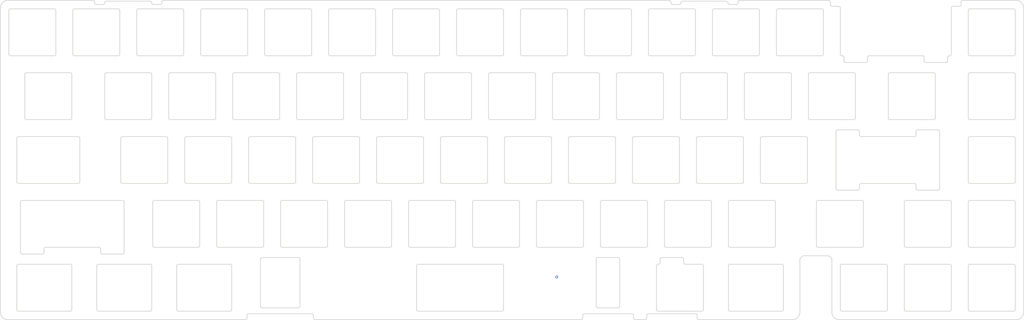
<source format=kicad_pcb>
(kicad_pcb (version 20171130) (host pcbnew "(5.1.4)-1")

  (general
    (thickness 1.6)
    (drawings 677)
    (tracks 1)
    (zones 0)
    (modules 0)
    (nets 1)
  )

  (page A4)
  (layers
    (0 F.Cu signal)
    (31 B.Cu signal)
    (32 B.Adhes user)
    (33 F.Adhes user)
    (34 B.Paste user)
    (35 F.Paste user)
    (36 B.SilkS user)
    (37 F.SilkS user)
    (38 B.Mask user)
    (39 F.Mask user)
    (40 Dwgs.User user)
    (41 Cmts.User user)
    (42 Eco1.User user)
    (43 Eco2.User user)
    (44 Edge.Cuts user)
    (45 Margin user)
    (46 B.CrtYd user)
    (47 F.CrtYd user)
    (48 B.Fab user)
    (49 F.Fab user)
  )

  (setup
    (last_trace_width 0.25)
    (trace_clearance 0.2)
    (zone_clearance 0.508)
    (zone_45_only no)
    (trace_min 0.2)
    (via_size 0.8)
    (via_drill 0.4)
    (via_min_size 0.4)
    (via_min_drill 0.3)
    (uvia_size 0.3)
    (uvia_drill 0.1)
    (uvias_allowed no)
    (uvia_min_size 0.2)
    (uvia_min_drill 0.1)
    (edge_width 0.05)
    (segment_width 0.2)
    (pcb_text_width 0.3)
    (pcb_text_size 1.5 1.5)
    (mod_edge_width 0.12)
    (mod_text_size 1 1)
    (mod_text_width 0.15)
    (pad_size 1.524 1.524)
    (pad_drill 0.762)
    (pad_to_mask_clearance 0.051)
    (solder_mask_min_width 0.25)
    (aux_axis_origin 0 0)
    (visible_elements 7FFFFFFF)
    (pcbplotparams
      (layerselection 0x010fc_ffffffff)
      (usegerberextensions true)
      (usegerberattributes false)
      (usegerberadvancedattributes false)
      (creategerberjobfile false)
      (excludeedgelayer true)
      (linewidth 0.100000)
      (plotframeref false)
      (viasonmask false)
      (mode 1)
      (useauxorigin false)
      (hpglpennumber 1)
      (hpglpenspeed 20)
      (hpglpendiameter 15.000000)
      (psnegative false)
      (psa4output false)
      (plotreference true)
      (plotvalue false)
      (plotinvisibletext false)
      (padsonsilk false)
      (subtractmaskfromsilk true)
      (outputformat 1)
      (mirror false)
      (drillshape 0)
      (scaleselection 1)
      (outputdirectory "./gerber"))
  )

  (net 0 "")

  (net_class Default "This is the default net class."
    (clearance 0.2)
    (trace_width 0.25)
    (via_dia 0.8)
    (via_drill 0.4)
    (uvia_dia 0.3)
    (uvia_drill 0.1)
  )

  (gr_line (start 6.16625 99.24) (end 21.5475 99.24) (layer Edge.Cuts) (width 0.2))
  (gr_arc (start 231.0975 93.69) (end 231.0975 94.19) (angle -90) (layer Edge.Cuts) (width 0.2))
  (gr_line (start 179.9975 80.19) (end 192.9975 80.19) (layer Edge.Cuts) (width 0.2))
  (gr_line (start 122.8475 80.19) (end 135.8475 80.19) (layer Edge.Cuts) (width 0.2))
  (gr_line (start 155.3975 80.69) (end 155.3975 93.69) (layer Edge.Cuts) (width 0.2))
  (gr_line (start 244.29125 80.19) (end 257.29125 80.19) (layer Edge.Cuts) (width 0.2))
  (gr_line (start 122.8475 94.19) (end 135.8475 94.19) (layer Edge.Cuts) (width 0.2))
  (gr_arc (start 173.9475 80.69) (end 174.4475 80.69) (angle -90) (layer Edge.Cuts) (width 0.2))
  (gr_arc (start 192.9975 80.69) (end 193.4975 80.69) (angle -90) (layer Edge.Cuts) (width 0.2))
  (gr_line (start 160.9475 94.19) (end 173.9475 94.19) (layer Edge.Cuts) (width 0.2))
  (gr_line (start 270.485 80.19) (end 283.485 80.19) (layer Edge.Cuts) (width 0.2))
  (gr_arc (start 179.9975 93.69) (end 179.4975 93.69) (angle -90) (layer Edge.Cuts) (width 0.2))
  (gr_line (start 257.79125 80.69) (end 257.79125 93.69) (layer Edge.Cuts) (width 0.2))
  (gr_line (start 29.97875 113.24) (end 45.36 113.24) (layer Edge.Cuts) (width 0.2))
  (gr_line (start 103.7975 94.19) (end 116.7975 94.19) (layer Edge.Cuts) (width 0.2))
  (gr_line (start 231.5975 80.69) (end 231.5975 93.69) (layer Edge.Cuts) (width 0.2))
  (gr_line (start 6.16625 113.24) (end 21.5475 113.24) (layer Edge.Cuts) (width 0.2))
  (gr_arc (start 212.0475 80.69) (end 212.5475 80.69) (angle -90) (layer Edge.Cuts) (width 0.2))
  (gr_arc (start 97.7475 93.69) (end 97.7475 94.19) (angle -90) (layer Edge.Cuts) (width 0.2))
  (gr_arc (start 192.9975 93.69) (end 192.9975 94.19) (angle -90) (layer Edge.Cuts) (width 0.2))
  (gr_line (start 179.9975 94.19) (end 192.9975 94.19) (layer Edge.Cuts) (width 0.2))
  (gr_arc (start 141.8975 93.69) (end 141.3975 93.69) (angle -90) (layer Edge.Cuts) (width 0.2))
  (gr_line (start 303.035 80.69) (end 303.035 93.69) (layer Edge.Cuts) (width 0.2))
  (gr_line (start 269.985 80.69) (end 269.985 93.69) (layer Edge.Cuts) (width 0.2))
  (gr_line (start 84.2475 80.69) (end 84.2475 93.69) (layer Edge.Cuts) (width 0.2))
  (gr_arc (start 135.8475 80.69) (end 136.3475 80.69) (angle -90) (layer Edge.Cuts) (width 0.2))
  (gr_arc (start 270.485 80.69) (end 270.485 80.19) (angle -90) (layer Edge.Cuts) (width 0.2))
  (gr_arc (start 218.0975 93.69) (end 217.5975 93.69) (angle -90) (layer Edge.Cuts) (width 0.2))
  (gr_line (start 289.035 80.69) (end 289.035 93.69) (layer Edge.Cuts) (width 0.2))
  (gr_line (start 199.0475 80.19) (end 212.0475 80.19) (layer Edge.Cuts) (width 0.2))
  (gr_arc (start 173.9475 93.69) (end 173.9475 94.19) (angle -90) (layer Edge.Cuts) (width 0.2))
  (gr_arc (start 160.9475 93.69) (end 160.4475 93.69) (angle -90) (layer Edge.Cuts) (width 0.2))
  (gr_arc (start 116.7975 93.69) (end 116.7975 94.19) (angle -90) (layer Edge.Cuts) (width 0.2))
  (gr_arc (start 257.29125 80.69) (end 257.79125 80.69) (angle -90) (layer Edge.Cuts) (width 0.2))
  (gr_arc (start 212.0475 93.69) (end 212.0475 94.19) (angle -90) (layer Edge.Cuts) (width 0.2))
  (gr_line (start 179.4975 80.69) (end 179.4975 93.69) (layer Edge.Cuts) (width 0.2))
  (gr_arc (start 116.7975 80.69) (end 117.2975 80.69) (angle -90) (layer Edge.Cuts) (width 0.2))
  (gr_arc (start 199.0475 93.69) (end 198.5475 93.69) (angle -90) (layer Edge.Cuts) (width 0.2))
  (gr_line (start 84.7475 94.19) (end 97.7475 94.19) (layer Edge.Cuts) (width 0.2))
  (gr_arc (start 103.7975 93.69) (end 103.2975 93.69) (angle -90) (layer Edge.Cuts) (width 0.2))
  (gr_line (start 283.985 80.69) (end 283.985 93.69) (layer Edge.Cuts) (width 0.2))
  (gr_arc (start 244.29125 80.69) (end 244.29125 80.19) (angle -90) (layer Edge.Cuts) (width 0.2))
  (gr_line (start 141.3975 80.69) (end 141.3975 93.69) (layer Edge.Cuts) (width 0.2))
  (gr_line (start 198.5475 80.69) (end 198.5475 93.69) (layer Edge.Cuts) (width 0.2))
  (gr_line (start 103.7975 80.19) (end 116.7975 80.19) (layer Edge.Cuts) (width 0.2))
  (gr_arc (start 122.8475 93.69) (end 122.3475 93.69) (angle -90) (layer Edge.Cuts) (width 0.2))
  (gr_line (start 217.5975 80.69) (end 217.5975 93.69) (layer Edge.Cuts) (width 0.2))
  (gr_arc (start 84.7475 93.69) (end 84.2475 93.69) (angle -90) (layer Edge.Cuts) (width 0.2))
  (gr_line (start 103.2975 80.69) (end 103.2975 93.69) (layer Edge.Cuts) (width 0.2))
  (gr_arc (start 179.9975 80.69) (end 179.9975 80.19) (angle -90) (layer Edge.Cuts) (width 0.2))
  (gr_arc (start 283.485 80.69) (end 283.985 80.69) (angle -90) (layer Edge.Cuts) (width 0.2))
  (gr_line (start 218.0975 80.19) (end 231.0975 80.19) (layer Edge.Cuts) (width 0.2))
  (gr_arc (start 154.8975 93.69) (end 154.8975 94.19) (angle -90) (layer Edge.Cuts) (width 0.2))
  (gr_line (start 122.3475 80.69) (end 122.3475 93.69) (layer Edge.Cuts) (width 0.2))
  (gr_arc (start 231.0975 80.69) (end 231.5975 80.69) (angle -90) (layer Edge.Cuts) (width 0.2))
  (gr_line (start 243.79125 80.69) (end 243.79125 93.69) (layer Edge.Cuts) (width 0.2))
  (gr_arc (start 289.535 80.69) (end 289.535 80.19) (angle -90) (layer Edge.Cuts) (width 0.2))
  (gr_line (start 289.535 113.24) (end 302.535 113.24) (layer Edge.Cuts) (width 0.2))
  (gr_arc (start 89.485 111.74) (end 89.485 112.24) (angle -90) (layer Edge.Cuts) (width 0.2))
  (gr_line (start 69.6725 99.74) (end 69.6725 112.74) (layer Edge.Cuts) (width 0.2))
  (gr_line (start 45.86 99.74) (end 45.86 112.74) (layer Edge.Cuts) (width 0.2))
  (gr_line (start 251.435 99.24) (end 264.435 99.24) (layer Edge.Cuts) (width 0.2))
  (gr_arc (start 264.435 99.74) (end 264.935 99.74) (angle -90) (layer Edge.Cuts) (width 0.2))
  (gr_arc (start 178.72875 97.74) (end 178.72875 97.24) (angle -90) (layer Edge.Cuts) (width 0.2))
  (gr_arc (start 125.22875 99.74) (end 125.22875 99.24) (angle -90) (layer Edge.Cuts) (width 0.2))
  (gr_line (start 184.72875 97.24) (end 178.72875 97.24) (layer Edge.Cuts) (width 0.2))
  (gr_line (start 270.485 99.24) (end 283.485 99.24) (layer Edge.Cuts) (width 0.2))
  (gr_arc (start 150.135 99.74) (end 150.635 99.74) (angle -90) (layer Edge.Cuts) (width 0.2))
  (gr_line (start 22.0475 99.74) (end 22.0475 112.74) (layer Edge.Cuts) (width 0.2))
  (gr_line (start 244.29125 94.19) (end 257.29125 94.19) (layer Edge.Cuts) (width 0.2))
  (gr_line (start 250.935 99.74) (end 250.935 112.74) (layer Edge.Cuts) (width 0.2))
  (gr_line (start 203.785 97.24) (end 197.785 97.24) (layer Edge.Cuts) (width 0.2))
  (gr_arc (start 29.97875 99.74) (end 29.97875 99.24) (angle -90) (layer Edge.Cuts) (width 0.2))
  (gr_arc (start 6.16625 112.74) (end 5.66625 112.74) (angle -90) (layer Edge.Cuts) (width 0.2))
  (gr_arc (start 184.72875 111.74) (end 184.72875 112.24) (angle -90) (layer Edge.Cuts) (width 0.2))
  (gr_line (start 5.66625 99.74) (end 5.66625 112.74) (layer Edge.Cuts) (width 0.2))
  (gr_arc (start 257.29125 93.69) (end 257.29125 94.19) (angle -90) (layer Edge.Cuts) (width 0.2))
  (gr_line (start 264.935 99.74) (end 264.935 112.74) (layer Edge.Cuts) (width 0.2))
  (gr_line (start 125.22875 113.24) (end 150.135 113.24) (layer Edge.Cuts) (width 0.2))
  (gr_line (start 53.29125 99.74) (end 53.29125 112.74) (layer Edge.Cuts) (width 0.2))
  (gr_arc (start 45.36 99.74) (end 45.86 99.74) (angle -90) (layer Edge.Cuts) (width 0.2))
  (gr_line (start 53.79125 99.24) (end 69.1725 99.24) (layer Edge.Cuts) (width 0.2))
  (gr_arc (start 69.1725 112.74) (end 69.1725 113.24) (angle -90) (layer Edge.Cuts) (width 0.2))
  (gr_line (start 270.485 94.19) (end 283.485 94.19) (layer Edge.Cuts) (width 0.2))
  (gr_arc (start 251.435 99.74) (end 251.435 99.24) (angle -90) (layer Edge.Cuts) (width 0.2))
  (gr_arc (start 150.135 112.74) (end 150.135 113.24) (angle -90) (layer Edge.Cuts) (width 0.2))
  (gr_line (start 196.66625 99.24) (end 196.785 99.24) (layer Edge.Cuts) (width 0.2))
  (gr_arc (start 282.398 38.54) (end 282.398 39.04) (angle -90) (layer Edge.Cuts) (width 0.2))
  (gr_arc (start 302.535 80.69) (end 303.035 80.69) (angle -90) (layer Edge.Cuts) (width 0.2))
  (gr_line (start 251.435 113.24) (end 264.435 113.24) (layer Edge.Cuts) (width 0.2))
  (gr_line (start 178.22875 111.74) (end 178.22875 97.74) (layer Edge.Cuts) (width 0.2))
  (gr_line (start 150.635 99.74) (end 150.635 112.74) (layer Edge.Cuts) (width 0.2))
  (gr_line (start 270.485 113.24) (end 283.485 113.24) (layer Edge.Cuts) (width 0.2))
  (gr_arc (start 21.5475 112.74) (end 21.5475 113.24) (angle -90) (layer Edge.Cuts) (width 0.2))
  (gr_arc (start 218.0975 80.69) (end 218.0975 80.19) (angle -90) (layer Edge.Cuts) (width 0.2))
  (gr_arc (start 69.1725 99.74) (end 69.6725 99.74) (angle -90) (layer Edge.Cuts) (width 0.2))
  (gr_line (start 160.4475 80.69) (end 160.4475 93.69) (layer Edge.Cuts) (width 0.2))
  (gr_arc (start 244.29125 93.69) (end 243.79125 93.69) (angle -90) (layer Edge.Cuts) (width 0.2))
  (gr_line (start 53.79125 113.24) (end 69.1725 113.24) (layer Edge.Cuts) (width 0.2))
  (gr_arc (start 6.16625 99.74) (end 6.16625 99.24) (angle -90) (layer Edge.Cuts) (width 0.2))
  (gr_arc (start 184.72875 97.74) (end 185.22875 97.74) (angle -90) (layer Edge.Cuts) (width 0.2))
  (gr_arc (start 125.22875 112.74) (end 124.72875 112.74) (angle -90) (layer Edge.Cuts) (width 0.2))
  (gr_arc (start 53.79125 99.74) (end 53.79125 99.24) (angle -90) (layer Edge.Cuts) (width 0.2))
  (gr_arc (start 45.36 112.74) (end 45.36 113.24) (angle -90) (layer Edge.Cuts) (width 0.2))
  (gr_arc (start 29.97875 112.74) (end 29.47875 112.74) (angle -90) (layer Edge.Cuts) (width 0.2))
  (gr_arc (start 178.72875 111.74) (end 178.22875 111.74) (angle -90) (layer Edge.Cuts) (width 0.2))
  (gr_line (start 125.22875 99.24) (end 150.135 99.24) (layer Edge.Cuts) (width 0.2))
  (gr_line (start 289.535 80.19) (end 302.535 80.19) (layer Edge.Cuts) (width 0.2))
  (gr_line (start 124.72875 99.74) (end 124.72875 112.74) (layer Edge.Cuts) (width 0.2))
  (gr_line (start 184.72875 112.24) (end 178.72875 112.24) (layer Edge.Cuts) (width 0.2))
  (gr_arc (start 21.5475 99.74) (end 22.0475 99.74) (angle -90) (layer Edge.Cuts) (width 0.2))
  (gr_line (start 29.47875 99.74) (end 29.47875 112.74) (layer Edge.Cuts) (width 0.2))
  (gr_arc (start 53.79125 112.74) (end 53.29125 112.74) (angle -90) (layer Edge.Cuts) (width 0.2))
  (gr_arc (start 270.485 93.69) (end 269.985 93.69) (angle -90) (layer Edge.Cuts) (width 0.2))
  (gr_arc (start 199.0475 80.69) (end 199.0475 80.19) (angle -90) (layer Edge.Cuts) (width 0.2))
  (gr_line (start 29.97875 99.24) (end 45.36 99.24) (layer Edge.Cuts) (width 0.2))
  (gr_arc (start 289.535 93.69) (end 289.035 93.69) (angle -90) (layer Edge.Cuts) (width 0.2))
  (gr_line (start 289.535 94.19) (end 302.535 94.19) (layer Edge.Cuts) (width 0.2))
  (gr_arc (start 302.535 93.69) (end 302.535 94.19) (angle -90) (layer Edge.Cuts) (width 0.2))
  (gr_line (start 185.22875 111.74) (end 185.22875 97.74) (layer Edge.Cuts) (width 0.2))
  (gr_arc (start 283.485 93.69) (end 283.485 94.19) (angle -90) (layer Edge.Cuts) (width 0.2))
  (gr_line (start 204.785 99.24) (end 209.66625 99.24) (layer Edge.Cuts) (width 0.2))
  (gr_line (start 107.7725 61.64) (end 107.7725 74.64) (layer Edge.Cuts) (width 0.2))
  (gr_line (start 241.41 42.59) (end 241.41 55.59) (layer Edge.Cuts) (width 0.2))
  (gr_arc (start 178.71 55.59) (end 178.71 56.09) (angle -90) (layer Edge.Cuts) (width 0.2))
  (gr_line (start 303.035 99.74) (end 303.035 112.74) (layer Edge.Cuts) (width 0.2))
  (gr_line (start 184.76 42.09) (end 197.76 42.09) (layer Edge.Cuts) (width 0.2))
  (gr_arc (start 197.76 42.59) (end 198.26 42.59) (angle -90) (layer Edge.Cuts) (width 0.2))
  (gr_arc (start 165.71 55.59) (end 165.21 55.59) (angle -90) (layer Edge.Cuts) (width 0.2))
  (gr_arc (start 184.76 42.59) (end 184.76 42.09) (angle -90) (layer Edge.Cuts) (width 0.2))
  (gr_arc (start 264.435 112.74) (end 264.435 113.24) (angle -90) (layer Edge.Cuts) (width 0.2))
  (gr_arc (start 251.435 112.74) (end 250.935 112.74) (angle -90) (layer Edge.Cuts) (width 0.2))
  (gr_line (start 289.535 99.24) (end 302.535 99.24) (layer Edge.Cuts) (width 0.2))
  (gr_line (start 283.985 99.74) (end 283.985 112.74) (layer Edge.Cuts) (width 0.2))
  (gr_line (start 265.2225 42.59) (end 265.2225 55.59) (layer Edge.Cuts) (width 0.2))
  (gr_arc (start 283.485 99.74) (end 283.985 99.74) (angle -90) (layer Edge.Cuts) (width 0.2))
  (gr_line (start 89.485 112.24) (end 78.72875 112.24) (layer Edge.Cuts) (width 0.2))
  (gr_arc (start 204.785 98.74) (end 204.285 98.74) (angle -90) (layer Edge.Cuts) (width 0.2))
  (gr_line (start 217.31 42.59) (end 217.31 55.59) (layer Edge.Cuts) (width 0.2))
  (gr_line (start 6.16625 75.14) (end 23.92875 75.14) (layer Edge.Cuts) (width 0.2))
  (gr_arc (start 203.81 42.59) (end 203.81 42.09) (angle -90) (layer Edge.Cuts) (width 0.2))
  (gr_arc (start 50.1225 61.64) (end 50.6225 61.64) (angle -90) (layer Edge.Cuts) (width 0.2))
  (gr_arc (start 218.0975 112.74) (end 217.5975 112.74) (angle -90) (layer Edge.Cuts) (width 0.2))
  (gr_arc (start 283.398 37.54) (end 283.398 37.04) (angle -90) (layer Edge.Cuts) (width 0.2))
  (gr_line (start 146.16 42.59) (end 146.16 55.59) (layer Edge.Cuts) (width 0.2))
  (gr_arc (start 196.66625 99.74) (end 196.66625 99.24) (angle -90) (layer Edge.Cuts) (width 0.2))
  (gr_arc (start 23.92875 74.64) (end 23.92875 75.14) (angle -90) (layer Edge.Cuts) (width 0.2))
  (gr_arc (start 23.92875 61.64) (end 24.42875 61.64) (angle -90) (layer Edge.Cuts) (width 0.2))
  (gr_line (start 198.26 42.59) (end 198.26 55.59) (layer Edge.Cuts) (width 0.2))
  (gr_arc (start 197.76 55.59) (end 197.76 56.09) (angle -90) (layer Edge.Cuts) (width 0.2))
  (gr_arc (start 51.41 55.59) (end 50.91 55.59) (angle -90) (layer Edge.Cuts) (width 0.2))
  (gr_arc (start 241.91 42.59) (end 241.91 42.09) (angle -90) (layer Edge.Cuts) (width 0.2))
  (gr_line (start 203.81 42.09) (end 216.81 42.09) (layer Edge.Cuts) (width 0.2))
  (gr_line (start 255.41 42.59) (end 255.41 55.59) (layer Edge.Cuts) (width 0.2))
  (gr_arc (start 121.56 55.59) (end 121.56 56.09) (angle -90) (layer Edge.Cuts) (width 0.2))
  (gr_arc (start 302.535 99.74) (end 303.035 99.74) (angle -90) (layer Edge.Cuts) (width 0.2))
  (gr_arc (start 270.485 112.74) (end 269.985 112.74) (angle -90) (layer Edge.Cuts) (width 0.2))
  (gr_line (start 289.035 99.74) (end 289.035 112.74) (layer Edge.Cuts) (width 0.2))
  (gr_arc (start 283.485 112.74) (end 283.485 113.24) (angle -90) (layer Edge.Cuts) (width 0.2))
  (gr_line (start 217.5975 99.74) (end 217.5975 112.74) (layer Edge.Cuts) (width 0.2))
  (gr_line (start 24.42875 61.64) (end 24.42875 74.64) (layer Edge.Cuts) (width 0.2))
  (gr_line (start 5.66625 61.64) (end 5.66625 74.64) (layer Edge.Cuts) (width 0.2))
  (gr_arc (start 270.485 99.74) (end 270.485 99.24) (angle -90) (layer Edge.Cuts) (width 0.2))
  (gr_arc (start 203.785 97.74) (end 204.285 97.74) (angle -90) (layer Edge.Cuts) (width 0.2))
  (gr_arc (start 70.46 55.59) (end 69.96 55.59) (angle -90) (layer Edge.Cuts) (width 0.2))
  (gr_arc (start 216.81 42.59) (end 217.31 42.59) (angle -90) (layer Edge.Cuts) (width 0.2))
  (gr_arc (start 302.535 112.74) (end 302.535 113.24) (angle -90) (layer Edge.Cuts) (width 0.2))
  (gr_line (start 204.285 98.74) (end 204.285 97.74) (layer Edge.Cuts) (width 0.2))
  (gr_arc (start 233.47875 99.74) (end 233.97875 99.74) (angle -90) (layer Edge.Cuts) (width 0.2))
  (gr_arc (start 254.91 42.59) (end 255.41 42.59) (angle -90) (layer Edge.Cuts) (width 0.2))
  (gr_arc (start 196.785 98.74) (end 196.785 99.24) (angle -90) (layer Edge.Cuts) (width 0.2))
  (gr_line (start 269.985 99.74) (end 269.985 112.74) (layer Edge.Cuts) (width 0.2))
  (gr_line (start 51.41 56.09) (end 64.41 56.09) (layer Edge.Cuts) (width 0.2))
  (gr_arc (start 127.61 55.59) (end 127.11 55.59) (angle -90) (layer Edge.Cuts) (width 0.2))
  (gr_line (start 6.16625 61.14) (end 23.92875 61.14) (layer Edge.Cuts) (width 0.2))
  (gr_arc (start 209.66625 112.74) (end 209.66625 113.24) (angle -90) (layer Edge.Cuts) (width 0.2))
  (gr_arc (start 302.535 42.59) (end 303.035 42.59) (angle -90) (layer Edge.Cuts) (width 0.2))
  (gr_arc (start 6.16625 61.64) (end 6.16625 61.14) (angle -90) (layer Edge.Cuts) (width 0.2))
  (gr_line (start 89.485 97.24) (end 78.72875 97.24) (layer Edge.Cuts) (width 0.2))
  (gr_arc (start 233.47875 112.74) (end 233.47875 113.24) (angle -90) (layer Edge.Cuts) (width 0.2))
  (gr_arc (start 209.66625 99.74) (end 210.16625 99.74) (angle -90) (layer Edge.Cuts) (width 0.2))
  (gr_line (start 78.22875 111.74) (end 78.22875 97.74) (layer Edge.Cuts) (width 0.2))
  (gr_arc (start 289.535 112.74) (end 289.035 112.74) (angle -90) (layer Edge.Cuts) (width 0.2))
  (gr_line (start 196.16625 99.74) (end 196.16625 112.74) (layer Edge.Cuts) (width 0.2))
  (gr_arc (start 289.535 99.74) (end 289.535 99.24) (angle -90) (layer Edge.Cuts) (width 0.2))
  (gr_arc (start 89.485 97.74) (end 89.985 97.74) (angle -90) (layer Edge.Cuts) (width 0.2))
  (gr_arc (start 197.785 97.74) (end 197.785 97.24) (angle -90) (layer Edge.Cuts) (width 0.2))
  (gr_line (start 233.97875 99.74) (end 233.97875 112.74) (layer Edge.Cuts) (width 0.2))
  (gr_arc (start 49.36 21.015) (end 49.36 20.515) (angle -90) (layer Edge.Cuts) (width 0.2))
  (gr_line (start 283.398 37.04) (end 283.485 37.04) (layer Edge.Cuts) (width 0.2))
  (gr_line (start 218.0975 113.24) (end 233.47875 113.24) (layer Edge.Cuts) (width 0.2))
  (gr_arc (start 78.72875 111.74) (end 78.22875 111.74) (angle -90) (layer Edge.Cuts) (width 0.2))
  (gr_line (start 275.898 37.54) (end 275.898 38.54) (layer Edge.Cuts) (width 0.2))
  (gr_line (start 210.16625 99.74) (end 210.16625 112.74) (layer Edge.Cuts) (width 0.2))
  (gr_arc (start 218.0975 99.74) (end 218.0975 99.24) (angle -90) (layer Edge.Cuts) (width 0.2))
  (gr_line (start 197.285 98.74) (end 197.285 97.74) (layer Edge.Cuts) (width 0.2))
  (gr_line (start 282.898 37.54) (end 282.898 38.54) (layer Edge.Cuts) (width 0.2))
  (gr_line (start 250.935 22.79) (end 250.935 36.54) (layer Edge.Cuts) (width 0.2))
  (gr_line (start 252.522 39.04) (end 258.522 39.04) (layer Edge.Cuts) (width 0.2))
  (gr_arc (start 31.36 21.265) (end 31.36 21.765) (angle -90) (layer Edge.Cuts) (width 0.2))
  (gr_line (start 252.022 37.54) (end 252.022 38.54) (layer Edge.Cuts) (width 0.2))
  (gr_arc (start 283.485 36.54) (end 283.485 37.04) (angle -90) (layer Edge.Cuts) (width 0.2))
  (gr_arc (start 6.16625 74.64) (end 5.66625 74.64) (angle -90) (layer Edge.Cuts) (width 0.2))
  (gr_arc (start 48.36 21.265) (end 48.36 21.765) (angle -90) (layer Edge.Cuts) (width 0.2))
  (gr_line (start 218.0975 99.24) (end 233.47875 99.24) (layer Edge.Cuts) (width 0.2))
  (gr_line (start 29.36 21.765) (end 31.36 21.765) (layer Edge.Cuts) (width 0.2))
  (gr_line (start 283.985 22.79) (end 283.985 36.54) (layer Edge.Cuts) (width 0.2))
  (gr_arc (start 278.7225 42.59) (end 279.2225 42.59) (angle -90) (layer Edge.Cuts) (width 0.2))
  (gr_arc (start 222.86 42.59) (end 222.86 42.09) (angle -90) (layer Edge.Cuts) (width 0.2))
  (gr_arc (start 203.81 55.59) (end 203.31 55.59) (angle -90) (layer Edge.Cuts) (width 0.2))
  (gr_arc (start 107.2725 61.64) (end 107.7725 61.64) (angle -90) (layer Edge.Cuts) (width 0.2))
  (gr_line (start 222.36 42.59) (end 222.36 55.59) (layer Edge.Cuts) (width 0.2))
  (gr_arc (start 69.1725 74.64) (end 69.1725 75.14) (angle -90) (layer Edge.Cuts) (width 0.2))
  (gr_arc (start 94.2725 61.64) (end 94.2725 61.14) (angle -90) (layer Edge.Cuts) (width 0.2))
  (gr_arc (start 45.36 21.265) (end 45.86 21.265) (angle -90) (layer Edge.Cuts) (width 0.2))
  (gr_arc (start 303.31 113.515) (end 303.31 115.765) (angle -90) (layer Edge.Cuts) (width 0.2))
  (gr_arc (start 236.635 113.515) (end 236.635 115.765) (angle -90) (layer Edge.Cuts) (width 0.2))
  (gr_arc (start 78.72875 97.74) (end 78.72875 97.24) (angle -90) (layer Edge.Cuts) (width 0.2))
  (gr_line (start 200.46 21.015) (end 200.46 21.265) (layer Edge.Cuts) (width 0.2))
  (gr_line (start 32.36 20.765) (end 45.36 20.765) (layer Edge.Cuts) (width 0.2))
  (gr_line (start 219.96 21.765) (end 217.96 21.765) (layer Edge.Cuts) (width 0.2))
  (gr_line (start 259.522 37.04) (end 275.398 37.04) (layer Edge.Cuts) (width 0.2))
  (gr_line (start 89.985 111.74) (end 89.985 97.74) (layer Edge.Cuts) (width 0.2))
  (gr_line (start 48.86 21.015) (end 48.86 21.265) (layer Edge.Cuts) (width 0.2))
  (gr_arc (start 258.522 38.54) (end 258.522 39.04) (angle -90) (layer Edge.Cuts) (width 0.2))
  (gr_line (start 250.66 115.765) (end 303.31 115.765) (layer Edge.Cuts) (width 0.2))
  (gr_line (start 251.435 37.04) (end 251.522 37.04) (layer Edge.Cuts) (width 0.2))
  (gr_line (start 259.022 37.54) (end 259.022 38.54) (layer Edge.Cuts) (width 0.2))
  (gr_arc (start 199.96 21.015) (end 200.46 21.015) (angle -90) (layer Edge.Cuts) (width 0.2))
  (gr_line (start 48.36 21.765) (end 46.36 21.765) (layer Edge.Cuts) (width 0.2))
  (gr_arc (start 303.31 22.765) (end 305.56 22.765) (angle -90) (layer Edge.Cuts) (width 0.2))
  (gr_line (start 276.398 39.04) (end 282.398 39.04) (layer Edge.Cuts) (width 0.2))
  (gr_arc (start 32.36 21.265) (end 32.36 20.765) (angle -90) (layer Edge.Cuts) (width 0.2))
  (gr_arc (start 251.522 37.54) (end 252.022 37.54) (angle -90) (layer Edge.Cuts) (width 0.2))
  (gr_arc (start 259.522 37.54) (end 259.522 37.04) (angle -90) (layer Edge.Cuts) (width 0.2))
  (gr_arc (start 252.522 38.54) (end 252.022 38.54) (angle -90) (layer Edge.Cuts) (width 0.2))
  (gr_arc (start 28.36 21.015) (end 28.86 21.015) (angle -90) (layer Edge.Cuts) (width 0.2))
  (gr_line (start 189.822731 115.765) (end 192.785 115.765) (layer Edge.Cuts) (width 0.2))
  (gr_arc (start 3.01 22.765) (end 3.01 20.515) (angle -90) (layer Edge.Cuts) (width 0.2))
  (gr_arc (start 251.435 36.54) (end 250.935 36.54) (angle -90) (layer Edge.Cuts) (width 0.2))
  (gr_line (start 305.56 22.765) (end 305.56 113.515) (layer Edge.Cuts) (width 0.2))
  (gr_line (start 238.885 113.515) (end 238.885 97.965) (layer Edge.Cuts) (width 0.2))
  (gr_line (start 218.0975 94.19) (end 231.0975 94.19) (layer Edge.Cuts) (width 0.2))
  (gr_arc (start 7.25325 80.69) (end 7.25325 80.19) (angle -90) (layer Edge.Cuts) (width 0.2))
  (gr_arc (start 280.01675 59.64) (end 280.51675 59.64) (angle -90) (layer Edge.Cuts) (width 0.2))
  (gr_arc (start 78.6975 93.69) (end 78.6975 94.19) (angle -90) (layer Edge.Cuts) (width 0.2))
  (gr_line (start 46.6475 80.19) (end 59.6475 80.19) (layer Edge.Cuts) (width 0.2))
  (gr_arc (start 3.01 113.515) (end 0.76 113.515) (angle -90) (layer Edge.Cuts) (width 0.2))
  (gr_line (start 220.46 21.015) (end 220.46 21.265) (layer Edge.Cuts) (width 0.2))
  (gr_line (start 289.035 61.64) (end 289.035 74.64) (layer Edge.Cuts) (width 0.2))
  (gr_line (start 136.3475 80.69) (end 136.3475 93.69) (layer Edge.Cuts) (width 0.2))
  (gr_line (start 193.4975 80.69) (end 193.4975 93.69) (layer Edge.Cuts) (width 0.2))
  (gr_line (start 3.01 20.515) (end 28.36 20.515) (layer Edge.Cuts) (width 0.2))
  (gr_arc (start 280.01675 76.64) (end 280.01675 77.14) (angle -90) (layer Edge.Cuts) (width 0.2))
  (gr_line (start 280.51675 76.64) (end 280.51675 59.64) (layer Edge.Cuts) (width 0.2))
  (gr_arc (start 84.7475 80.69) (end 84.7475 80.19) (angle -90) (layer Edge.Cuts) (width 0.2))
  (gr_arc (start 65.6975 93.69) (end 65.1975 93.69) (angle -90) (layer Edge.Cuts) (width 0.2))
  (gr_arc (start 256.14075 59.64) (end 256.64075 59.64) (angle -90) (layer Edge.Cuts) (width 0.2))
  (gr_arc (start 78.6975 80.69) (end 79.1975 80.69) (angle -90) (layer Edge.Cuts) (width 0.2))
  (gr_line (start 160.9475 80.19) (end 173.9475 80.19) (layer Edge.Cuts) (width 0.2))
  (gr_arc (start 202.96 21.265) (end 202.96 21.765) (angle -90) (layer Edge.Cuts) (width 0.2))
  (gr_arc (start 154.8975 80.69) (end 155.3975 80.69) (angle -90) (layer Edge.Cuts) (width 0.2))
  (gr_arc (start 200.96 21.265) (end 200.46 21.265) (angle -90) (layer Edge.Cuts) (width 0.2))
  (gr_line (start 13.75325 94.69) (end 13.75325 95.69) (layer Edge.Cuts) (width 0.2))
  (gr_arc (start 59.6475 93.69) (end 59.6475 94.19) (angle -90) (layer Edge.Cuts) (width 0.2))
  (gr_line (start 117.2975 80.69) (end 117.2975 93.69) (layer Edge.Cuts) (width 0.2))
  (gr_arc (start 256.14075 76.64) (end 256.14075 77.14) (angle -90) (layer Edge.Cuts) (width 0.2))
  (gr_line (start 14.25325 94.19) (end 30.12925 94.19) (layer Edge.Cuts) (width 0.2))
  (gr_line (start 212.5475 80.69) (end 212.5475 93.69) (layer Edge.Cuts) (width 0.2))
  (gr_arc (start 59.6475 80.69) (end 60.1475 80.69) (angle -90) (layer Edge.Cuts) (width 0.2))
  (gr_arc (start 274.01675 76.64) (end 273.51675 76.64) (angle -90) (layer Edge.Cuts) (width 0.2))
  (gr_arc (start 30.12925 94.69) (end 30.62925 94.69) (angle -90) (layer Edge.Cuts) (width 0.2))
  (gr_arc (start 65.6975 80.69) (end 65.6975 80.19) (angle -90) (layer Edge.Cuts) (width 0.2))
  (gr_line (start 46.6475 94.19) (end 59.6475 94.19) (layer Edge.Cuts) (width 0.2))
  (gr_line (start 199.0475 94.19) (end 212.0475 94.19) (layer Edge.Cuts) (width 0.2))
  (gr_arc (start 289.535 74.64) (end 289.035 74.64) (angle -90) (layer Edge.Cuts) (width 0.2))
  (gr_arc (start 257.14075 75.64) (end 257.14075 75.14) (angle -90) (layer Edge.Cuts) (width 0.2))
  (gr_arc (start 46.6475 80.69) (end 46.6475 80.19) (angle -90) (layer Edge.Cuts) (width 0.2))
  (gr_line (start 7.25325 80.19) (end 37.12925 80.19) (layer Edge.Cuts) (width 0.2))
  (gr_arc (start 122.8475 80.69) (end 122.8475 80.19) (angle -90) (layer Edge.Cuts) (width 0.2))
  (gr_arc (start 141.8975 80.69) (end 141.8975 80.19) (angle -90) (layer Edge.Cuts) (width 0.2))
  (gr_line (start 65.1975 80.69) (end 65.1975 93.69) (layer Edge.Cuts) (width 0.2))
  (gr_arc (start 7.25325 95.69) (end 6.75325 95.69) (angle -90) (layer Edge.Cuts) (width 0.2))
  (gr_arc (start 97.7475 80.69) (end 98.2475 80.69) (angle -90) (layer Edge.Cuts) (width 0.2))
  (gr_line (start 84.7475 80.19) (end 97.7475 80.19) (layer Edge.Cuts) (width 0.2))
  (gr_arc (start 160.9475 80.69) (end 160.9475 80.19) (angle -90) (layer Edge.Cuts) (width 0.2))
  (gr_arc (start 37.12925 95.69) (end 37.12925 96.19) (angle -90) (layer Edge.Cuts) (width 0.2))
  (gr_line (start 37.62925 80.69) (end 37.62925 95.69) (layer Edge.Cuts) (width 0.2))
  (gr_arc (start 46.36 21.265) (end 45.86 21.265) (angle -90) (layer Edge.Cuts) (width 0.2))
  (gr_line (start 240.135 96.715) (end 247.16 96.715) (layer Edge.Cuts) (width 0.2))
  (gr_line (start 46.1475 80.69) (end 46.1475 93.69) (layer Edge.Cuts) (width 0.2))
  (gr_arc (start 103.7975 80.69) (end 103.7975 80.19) (angle -90) (layer Edge.Cuts) (width 0.2))
  (gr_arc (start 276.398 38.54) (end 275.898 38.54) (angle -90) (layer Edge.Cuts) (width 0.2))
  (gr_arc (start 135.8475 93.69) (end 135.8475 94.19) (angle -90) (layer Edge.Cuts) (width 0.2))
  (gr_arc (start 275.398 37.54) (end 275.898 37.54) (angle -90) (layer Edge.Cuts) (width 0.2))
  (gr_line (start 256.14075 59.14) (end 250.14075 59.14) (layer Edge.Cuts) (width 0.2))
  (gr_line (start 65.6975 80.19) (end 78.6975 80.19) (layer Edge.Cuts) (width 0.2))
  (gr_arc (start 37.12925 80.69) (end 37.62925 80.69) (angle -90) (layer Edge.Cuts) (width 0.2))
  (gr_arc (start 31.12925 95.69) (end 30.62925 95.69) (angle -90) (layer Edge.Cuts) (width 0.2))
  (gr_arc (start 289.535 61.64) (end 289.535 61.14) (angle -90) (layer Edge.Cuts) (width 0.2))
  (gr_line (start 6.75325 80.69) (end 6.75325 95.69) (layer Edge.Cuts) (width 0.2))
  (gr_line (start 60.1475 80.69) (end 60.1475 93.69) (layer Edge.Cuts) (width 0.2))
  (gr_arc (start 274.01675 59.64) (end 274.01675 59.14) (angle -90) (layer Edge.Cuts) (width 0.2))
  (gr_line (start 141.8975 80.19) (end 154.8975 80.19) (layer Edge.Cuts) (width 0.2))
  (gr_line (start 174.4475 80.69) (end 174.4475 93.69) (layer Edge.Cuts) (width 0.2))
  (gr_line (start 141.8975 94.19) (end 154.8975 94.19) (layer Edge.Cuts) (width 0.2))
  (gr_line (start 179.21 42.59) (end 179.21 55.59) (layer Edge.Cuts) (width 0.2))
  (gr_arc (start 159.66 55.59) (end 159.66 56.09) (angle -90) (layer Edge.Cuts) (width 0.2))
  (gr_line (start 94.2725 61.14) (end 107.2725 61.14) (layer Edge.Cuts) (width 0.2))
  (gr_line (start 227.1225 61.64) (end 227.1225 74.64) (layer Edge.Cuts) (width 0.2))
  (gr_line (start 222.86 42.09) (end 235.86 42.09) (layer Edge.Cuts) (width 0.2))
  (gr_line (start 93.7725 61.64) (end 93.7725 74.64) (layer Edge.Cuts) (width 0.2))
  (gr_line (start 279.2225 42.59) (end 279.2225 55.59) (layer Edge.Cuts) (width 0.2))
  (gr_arc (start 75.2225 74.64) (end 74.7225 74.64) (angle -90) (layer Edge.Cuts) (width 0.2))
  (gr_line (start 126.8225 61.64) (end 126.8225 74.64) (layer Edge.Cuts) (width 0.2))
  (gr_arc (start 221.5725 74.64) (end 221.5725 75.14) (angle -90) (layer Edge.Cuts) (width 0.2))
  (gr_arc (start 113.3225 74.64) (end 112.8225 74.64) (angle -90) (layer Edge.Cuts) (width 0.2))
  (gr_arc (start 241.91 55.59) (end 241.41 55.59) (angle -90) (layer Edge.Cuts) (width 0.2))
  (gr_line (start 132.3725 61.14) (end 145.3725 61.14) (layer Edge.Cuts) (width 0.2))
  (gr_arc (start 289.535 42.59) (end 289.535 42.09) (angle -90) (layer Edge.Cuts) (width 0.2))
  (gr_line (start 165.21 42.59) (end 165.21 55.59) (layer Edge.Cuts) (width 0.2))
  (gr_arc (start 254.91 55.59) (end 254.91 56.09) (angle -90) (layer Edge.Cuts) (width 0.2))
  (gr_arc (start 126.3225 74.64) (end 126.3225 75.14) (angle -90) (layer Edge.Cuts) (width 0.2))
  (gr_arc (start 151.4225 74.64) (end 150.9225 74.64) (angle -90) (layer Edge.Cuts) (width 0.2))
  (gr_arc (start 216.81 55.59) (end 216.81 56.09) (angle -90) (layer Edge.Cuts) (width 0.2))
  (gr_arc (start 235.86 42.59) (end 236.36 42.59) (angle -90) (layer Edge.Cuts) (width 0.2))
  (gr_arc (start 170.4725 61.64) (end 170.4725 61.14) (angle -90) (layer Edge.Cuts) (width 0.2))
  (gr_arc (start 222.86 55.59) (end 222.36 55.59) (angle -90) (layer Edge.Cuts) (width 0.2))
  (gr_arc (start 235.86 55.59) (end 235.86 56.09) (angle -90) (layer Edge.Cuts) (width 0.2))
  (gr_line (start 37.1225 75.14) (end 50.1225 75.14) (layer Edge.Cuts) (width 0.2))
  (gr_arc (start 151.4225 61.64) (end 151.4225 61.14) (angle -90) (layer Edge.Cuts) (width 0.2))
  (gr_arc (start 221.5725 61.64) (end 222.0725 61.64) (angle -90) (layer Edge.Cuts) (width 0.2))
  (gr_line (start 289.535 42.09) (end 302.535 42.09) (layer Edge.Cuts) (width 0.2))
  (gr_arc (start 75.2225 61.64) (end 75.2225 61.14) (angle -90) (layer Edge.Cuts) (width 0.2))
  (gr_arc (start 265.7225 42.59) (end 265.7225 42.09) (angle -90) (layer Edge.Cuts) (width 0.2))
  (gr_line (start 112.8225 61.64) (end 112.8225 74.64) (layer Edge.Cuts) (width 0.2))
  (gr_line (start 241.91 56.09) (end 254.91 56.09) (layer Edge.Cuts) (width 0.2))
  (gr_arc (start 88.2225 74.64) (end 88.2225 75.14) (angle -90) (layer Edge.Cuts) (width 0.2))
  (gr_arc (start 56.1725 61.64) (end 56.1725 61.14) (angle -90) (layer Edge.Cuts) (width 0.2))
  (gr_arc (start 165.71 42.59) (end 165.71 42.09) (angle -90) (layer Edge.Cuts) (width 0.2))
  (gr_arc (start 56.1725 74.64) (end 55.6725 74.64) (angle -90) (layer Edge.Cuts) (width 0.2))
  (gr_line (start 203.81 56.09) (end 216.81 56.09) (layer Edge.Cuts) (width 0.2))
  (gr_line (start 50.6225 61.64) (end 50.6225 74.64) (layer Edge.Cuts) (width 0.2))
  (gr_line (start 265.7225 42.09) (end 278.7225 42.09) (layer Edge.Cuts) (width 0.2))
  (gr_arc (start 265.7225 55.59) (end 265.2225 55.59) (angle -90) (layer Edge.Cuts) (width 0.2))
  (gr_line (start 56.1725 75.14) (end 69.1725 75.14) (layer Edge.Cuts) (width 0.2))
  (gr_line (start 289.035 42.59) (end 289.035 55.59) (layer Edge.Cuts) (width 0.2))
  (gr_line (start 222.86 56.09) (end 235.86 56.09) (layer Edge.Cuts) (width 0.2))
  (gr_line (start 241.91 42.09) (end 254.91 42.09) (layer Edge.Cuts) (width 0.2))
  (gr_line (start 56.1725 61.14) (end 69.1725 61.14) (layer Edge.Cuts) (width 0.2))
  (gr_arc (start 164.4225 61.64) (end 164.9225 61.64) (angle -90) (layer Edge.Cuts) (width 0.2))
  (gr_line (start 236.36 42.59) (end 236.36 55.59) (layer Edge.Cuts) (width 0.2))
  (gr_arc (start 178.71 42.59) (end 179.21 42.59) (angle -90) (layer Edge.Cuts) (width 0.2))
  (gr_line (start 203.31 42.59) (end 203.31 55.59) (layer Edge.Cuts) (width 0.2))
  (gr_arc (start 278.7225 55.59) (end 278.7225 56.09) (angle -90) (layer Edge.Cuts) (width 0.2))
  (gr_line (start 303.035 42.59) (end 303.035 55.59) (layer Edge.Cuts) (width 0.2))
  (gr_line (start 265.7225 56.09) (end 278.7225 56.09) (layer Edge.Cuts) (width 0.2))
  (gr_line (start 75.2225 61.14) (end 88.2225 61.14) (layer Edge.Cuts) (width 0.2))
  (gr_line (start 289.535 56.09) (end 302.535 56.09) (layer Edge.Cuts) (width 0.2))
  (gr_arc (start 208.5725 61.64) (end 208.5725 61.14) (angle -90) (layer Edge.Cuts) (width 0.2))
  (gr_arc (start 13.25325 95.69) (end 13.25325 96.19) (angle -90) (layer Edge.Cuts) (width 0.2))
  (gr_arc (start 170.4725 74.64) (end 169.9725 74.64) (angle -90) (layer Edge.Cuts) (width 0.2))
  (gr_arc (start 37.1225 74.64) (end 36.6225 74.64) (angle -90) (layer Edge.Cuts) (width 0.2))
  (gr_line (start 256.64075 60.64) (end 256.64075 59.64) (layer Edge.Cuts) (width 0.2))
  (gr_arc (start 113.3225 61.64) (end 113.3225 61.14) (angle -90) (layer Edge.Cuts) (width 0.2))
  (gr_arc (start 132.3725 61.64) (end 132.3725 61.14) (angle -90) (layer Edge.Cuts) (width 0.2))
  (gr_arc (start 88.2225 61.64) (end 88.7225 61.64) (angle -90) (layer Edge.Cuts) (width 0.2))
  (gr_line (start 256.64075 75.64) (end 256.64075 76.64) (layer Edge.Cuts) (width 0.2))
  (gr_line (start 189.5225 75.14) (end 202.5225 75.14) (layer Edge.Cuts) (width 0.2))
  (gr_arc (start 227.6225 74.64) (end 227.1225 74.64) (angle -90) (layer Edge.Cuts) (width 0.2))
  (gr_arc (start 183.4725 61.64) (end 183.9725 61.64) (angle -90) (layer Edge.Cuts) (width 0.2))
  (gr_arc (start 164.4225 74.64) (end 164.4225 75.14) (angle -90) (layer Edge.Cuts) (width 0.2))
  (gr_line (start 273.51675 60.64) (end 273.51675 59.64) (layer Edge.Cuts) (width 0.2))
  (gr_line (start 113.3225 75.14) (end 126.3225 75.14) (layer Edge.Cuts) (width 0.2))
  (gr_arc (start 50.1225 74.64) (end 50.1225 75.14) (angle -90) (layer Edge.Cuts) (width 0.2))
  (gr_line (start 203.0225 61.64) (end 203.0225 74.64) (layer Edge.Cuts) (width 0.2))
  (gr_arc (start 189.5225 61.64) (end 189.5225 61.14) (angle -90) (layer Edge.Cuts) (width 0.2))
  (gr_line (start 36.6225 61.64) (end 36.6225 74.64) (layer Edge.Cuts) (width 0.2))
  (gr_line (start 151.4225 61.14) (end 164.4225 61.14) (layer Edge.Cuts) (width 0.2))
  (gr_line (start 88.7225 61.64) (end 88.7225 74.64) (layer Edge.Cuts) (width 0.2))
  (gr_line (start 74.7225 61.64) (end 74.7225 74.64) (layer Edge.Cuts) (width 0.2))
  (gr_arc (start 37.1225 61.64) (end 37.1225 61.14) (angle -90) (layer Edge.Cuts) (width 0.2))
  (gr_arc (start 107.2725 74.64) (end 107.2725 75.14) (angle -90) (layer Edge.Cuts) (width 0.2))
  (gr_arc (start 202.5225 61.64) (end 203.0225 61.64) (angle -90) (layer Edge.Cuts) (width 0.2))
  (gr_line (start 227.6225 75.14) (end 240.6225 75.14) (layer Edge.Cuts) (width 0.2))
  (gr_line (start 189.5225 61.14) (end 202.5225 61.14) (layer Edge.Cuts) (width 0.2))
  (gr_line (start 132.3725 75.14) (end 145.3725 75.14) (layer Edge.Cuts) (width 0.2))
  (gr_arc (start 289.535 55.59) (end 289.035 55.59) (angle -90) (layer Edge.Cuts) (width 0.2))
  (gr_line (start 169.9725 61.64) (end 169.9725 74.64) (layer Edge.Cuts) (width 0.2))
  (gr_arc (start 202.5225 74.64) (end 202.5225 75.14) (angle -90) (layer Edge.Cuts) (width 0.2))
  (gr_line (start 55.6725 61.64) (end 55.6725 74.64) (layer Edge.Cuts) (width 0.2))
  (gr_arc (start 257.14075 60.64) (end 256.64075 60.64) (angle -90) (layer Edge.Cuts) (width 0.2))
  (gr_line (start 145.8725 61.64) (end 145.8725 74.64) (layer Edge.Cuts) (width 0.2))
  (gr_arc (start 227.6225 61.64) (end 227.6225 61.14) (angle -90) (layer Edge.Cuts) (width 0.2))
  (gr_line (start 150.9225 61.64) (end 150.9225 74.64) (layer Edge.Cuts) (width 0.2))
  (gr_line (start 227.6225 61.14) (end 240.6225 61.14) (layer Edge.Cuts) (width 0.2))
  (gr_line (start 208.5725 75.14) (end 221.5725 75.14) (layer Edge.Cuts) (width 0.2))
  (gr_line (start 151.4225 75.14) (end 164.4225 75.14) (layer Edge.Cuts) (width 0.2))
  (gr_line (start 37.1225 61.14) (end 50.1225 61.14) (layer Edge.Cuts) (width 0.2))
  (gr_line (start 164.9225 61.64) (end 164.9225 74.64) (layer Edge.Cuts) (width 0.2))
  (gr_arc (start 145.3725 61.64) (end 145.8725 61.64) (angle -90) (layer Edge.Cuts) (width 0.2))
  (gr_arc (start 69.1725 61.64) (end 69.6725 61.64) (angle -90) (layer Edge.Cuts) (width 0.2))
  (gr_line (start 183.9725 61.64) (end 183.9725 74.64) (layer Edge.Cuts) (width 0.2))
  (gr_arc (start 126.3225 61.64) (end 126.8225 61.64) (angle -90) (layer Edge.Cuts) (width 0.2))
  (gr_arc (start 273.01675 75.64) (end 273.51675 75.64) (angle -90) (layer Edge.Cuts) (width 0.2))
  (gr_arc (start 240.6225 74.64) (end 240.6225 75.14) (angle -90) (layer Edge.Cuts) (width 0.2))
  (gr_arc (start 189.5225 74.64) (end 189.0225 74.64) (angle -90) (layer Edge.Cuts) (width 0.2))
  (gr_arc (start 302.535 55.59) (end 302.535 56.09) (angle -90) (layer Edge.Cuts) (width 0.2))
  (gr_line (start 222.0725 61.64) (end 222.0725 74.64) (layer Edge.Cuts) (width 0.2))
  (gr_arc (start 302.535 74.64) (end 302.535 75.14) (angle -90) (layer Edge.Cuts) (width 0.2))
  (gr_line (start 257.14075 61.14) (end 273.01675 61.14) (layer Edge.Cuts) (width 0.2))
  (gr_arc (start 145.3725 74.64) (end 145.3725 75.14) (angle -90) (layer Edge.Cuts) (width 0.2))
  (gr_line (start 131.8725 61.64) (end 131.8725 74.64) (layer Edge.Cuts) (width 0.2))
  (gr_line (start 189.0225 61.64) (end 189.0225 74.64) (layer Edge.Cuts) (width 0.2))
  (gr_line (start 113.3225 61.14) (end 126.3225 61.14) (layer Edge.Cuts) (width 0.2))
  (gr_line (start 75.2225 75.14) (end 88.2225 75.14) (layer Edge.Cuts) (width 0.2))
  (gr_line (start 170.4725 61.14) (end 183.4725 61.14) (layer Edge.Cuts) (width 0.2))
  (gr_line (start 94.2725 75.14) (end 107.2725 75.14) (layer Edge.Cuts) (width 0.2))
  (gr_arc (start 273.01675 60.64) (end 273.01675 61.14) (angle -90) (layer Edge.Cuts) (width 0.2))
  (gr_arc (start 94.2725 74.64) (end 93.7725 74.64) (angle -90) (layer Edge.Cuts) (width 0.2))
  (gr_arc (start 132.3725 74.64) (end 131.8725 74.64) (angle -90) (layer Edge.Cuts) (width 0.2))
  (gr_line (start 69.6725 61.64) (end 69.6725 74.64) (layer Edge.Cuts) (width 0.2))
  (gr_arc (start 192.785 115.265) (end 192.785 115.765) (angle -90) (layer Edge.Cuts) (width 0.2))
  (gr_line (start 98.2475 80.69) (end 98.2475 93.69) (layer Edge.Cuts) (width 0.2))
  (gr_line (start 208.0725 61.64) (end 208.0725 74.64) (layer Edge.Cuts) (width 0.2))
  (gr_line (start 31.12925 96.19) (end 37.12925 96.19) (layer Edge.Cuts) (width 0.2))
  (gr_arc (start 196.66625 112.74) (end 196.16625 112.74) (angle -90) (layer Edge.Cuts) (width 0.2))
  (gr_arc (start 74.72875 114.49) (end 74.728791 113.99) (angle -90.00474429) (layer Edge.Cuts) (width 0.2))
  (gr_arc (start 94.485 115.265) (end 93.985 115.265) (angle -90) (layer Edge.Cuts) (width 0.2))
  (gr_line (start 289.535 61.14) (end 302.535 61.14) (layer Edge.Cuts) (width 0.2))
  (gr_arc (start 207.785 114.49) (end 208.285 114.49) (angle -90) (layer Edge.Cuts) (width 0.2))
  (gr_arc (start 284.485 22.79) (end 284.485 22.29) (angle -90) (layer Edge.Cuts) (width 0.2))
  (gr_line (start 303.035 61.64) (end 303.035 74.64) (layer Edge.Cuts) (width 0.2))
  (gr_line (start 209.66625 113.24) (end 196.66625 113.24) (layer Edge.Cuts) (width 0.2))
  (gr_line (start 208.285 114.49) (end 208.285 115.265) (layer Edge.Cuts) (width 0.2))
  (gr_line (start 193.785 113.99) (end 207.785 113.99) (layer Edge.Cuts) (width 0.2))
  (gr_arc (start 208.785 115.265) (end 208.285 115.265) (angle -90) (layer Edge.Cuts) (width 0.2))
  (gr_line (start 174.22875 114.49) (end 174.22875 115.265) (layer Edge.Cuts) (width 0.2))
  (gr_line (start 286.898 21.79) (end 286.898 21.008265) (layer Edge.Cuts) (width 0.2))
  (gr_arc (start 173.72875 115.265) (end 173.72875 115.765) (angle -90) (layer Edge.Cuts) (width 0.2))
  (gr_arc (start 203.96 21.265) (end 203.96 20.765) (angle -90) (layer Edge.Cuts) (width 0.2))
  (gr_line (start 7.25325 96.19) (end 13.25325 96.19) (layer Edge.Cuts) (width 0.2))
  (gr_line (start 74.22875 114.49) (end 74.22875 115.265) (layer Edge.Cuts) (width 0.2))
  (gr_line (start 65.6975 94.19) (end 78.6975 94.19) (layer Edge.Cuts) (width 0.2))
  (gr_arc (start 193.785 114.49) (end 193.785 113.99) (angle -90) (layer Edge.Cuts) (width 0.2))
  (gr_line (start 193.285 114.49) (end 193.285 115.265) (layer Edge.Cuts) (width 0.2))
  (gr_arc (start 174.72875 114.49) (end 174.72875 113.99) (angle -90) (layer Edge.Cuts) (width 0.2))
  (gr_arc (start 287.398 21.008265) (end 287.398212 20.508265) (angle -90.02424955) (layer Edge.Cuts) (width 0.2))
  (gr_line (start 30.62925 94.69) (end 30.62925 95.69) (layer Edge.Cuts) (width 0.2))
  (gr_line (start 274.01675 77.14) (end 280.01675 77.14) (layer Edge.Cuts) (width 0.2))
  (gr_arc (start 286.398 21.79) (end 286.398 22.29) (angle -90) (layer Edge.Cuts) (width 0.2))
  (gr_line (start 284.485 22.29) (end 286.398 22.29) (layer Edge.Cuts) (width 0.2))
  (gr_arc (start 250.435 22.79) (end 250.935 22.79) (angle -90) (layer Edge.Cuts) (width 0.2))
  (gr_line (start 248.022 21.015) (end 248.022 21.79) (layer Edge.Cuts) (width 0.2))
  (gr_line (start 173.72875 115.765) (end 155.32273 115.765) (layer Edge.Cuts) (width 0.2))
  (gr_arc (start 189.822731 115.265) (end 189.322731 115.265) (angle -90) (layer Edge.Cuts) (width 0.2))
  (gr_line (start 188.822731 113.99) (end 174.72875 113.99) (layer Edge.Cuts) (width 0.2))
  (gr_line (start 93.985 114.49) (end 93.985 115.265) (layer Edge.Cuts) (width 0.2))
  (gr_line (start 94.485 115.765) (end 155.32273 115.765) (layer Edge.Cuts) (width 0.2))
  (gr_line (start 200.96 21.765) (end 202.96 21.765) (layer Edge.Cuts) (width 0.2))
  (gr_arc (start 188.822731 114.49) (end 189.322731 114.49) (angle -90) (layer Edge.Cuts) (width 0.2))
  (gr_line (start 287.398212 20.508265) (end 303.31 20.515) (layer Edge.Cuts) (width 0.2))
  (gr_line (start 273.51675 75.64) (end 273.51675 76.64) (layer Edge.Cuts) (width 0.2))
  (gr_arc (start 183.4725 74.64) (end 183.4725 75.14) (angle -90) (layer Edge.Cuts) (width 0.2))
  (gr_line (start 170.4725 75.14) (end 183.4725 75.14) (layer Edge.Cuts) (width 0.2))
  (gr_arc (start 240.6225 61.64) (end 241.1225 61.64) (angle -90) (layer Edge.Cuts) (width 0.2))
  (gr_line (start 189.322731 114.49) (end 189.322731 115.265) (layer Edge.Cuts) (width 0.2))
  (gr_line (start 208.5725 61.14) (end 221.5725 61.14) (layer Edge.Cuts) (width 0.2))
  (gr_arc (start 250.14075 59.64) (end 250.14075 59.14) (angle -90) (layer Edge.Cuts) (width 0.2))
  (gr_line (start 280.01675 59.14) (end 274.01675 59.14) (layer Edge.Cuts) (width 0.2))
  (gr_arc (start 46.6475 93.69) (end 46.1475 93.69) (angle -90) (layer Edge.Cuts) (width 0.2))
  (gr_line (start 74.728791 113.99) (end 93.485 113.99) (layer Edge.Cuts) (width 0.2))
  (gr_arc (start 93.485 114.49) (end 93.985 114.49) (angle -90.00000001) (layer Edge.Cuts) (width 0.2))
  (gr_line (start 3.01 115.765) (end 73.72875 115.765) (layer Edge.Cuts) (width 0.2))
  (gr_line (start 79.1975 80.69) (end 79.1975 93.69) (layer Edge.Cuts) (width 0.2))
  (gr_arc (start 302.535 61.64) (end 303.035 61.64) (angle -90) (layer Edge.Cuts) (width 0.2))
  (gr_arc (start 250.14075 76.64) (end 249.64075 76.64) (angle -90) (layer Edge.Cuts) (width 0.2))
  (gr_line (start 289.535 75.14) (end 302.535 75.14) (layer Edge.Cuts) (width 0.2))
  (gr_line (start 249.64075 59.64) (end 249.64075 76.64) (layer Edge.Cuts) (width 0.2))
  (gr_line (start 250.14075 77.14) (end 256.14075 77.14) (layer Edge.Cuts) (width 0.2))
  (gr_line (start 236.635 115.765) (end 208.785 115.765) (layer Edge.Cuts) (width 0.2))
  (gr_line (start 257.14075 75.14) (end 273.01675 75.14) (layer Edge.Cuts) (width 0.2))
  (gr_arc (start 73.72875 115.265) (end 73.72875 115.765) (angle -90) (layer Edge.Cuts) (width 0.2))
  (gr_arc (start 14.25325 94.69) (end 14.25325 94.19) (angle -90) (layer Edge.Cuts) (width 0.2))
  (gr_arc (start 208.5725 74.64) (end 208.0725 74.64) (angle -90) (layer Edge.Cuts) (width 0.2))
  (gr_line (start 241.1225 61.64) (end 241.1225 74.64) (layer Edge.Cuts) (width 0.2))
  (gr_arc (start 35.835 23.54) (end 36.335 23.54) (angle -90) (layer Edge.Cuts) (width 0.2))
  (gr_line (start 137.135 37.04) (end 150.135 37.04) (layer Edge.Cuts) (width 0.2))
  (gr_line (start 41.385 23.54) (end 41.385 36.54) (layer Edge.Cuts) (width 0.2))
  (gr_arc (start 118.085 23.54) (end 118.085 23.04) (angle -90) (layer Edge.Cuts) (width 0.2))
  (gr_line (start 60.935 23.04) (end 73.935 23.04) (layer Edge.Cuts) (width 0.2))
  (gr_line (start 203.96 20.765) (end 216.96 20.765) (layer Edge.Cuts) (width 0.2))
  (gr_arc (start 248.522 21.79) (end 248.022 21.79) (angle -90) (layer Edge.Cuts) (width 0.2))
  (gr_arc (start 3.785 23.54) (end 3.785 23.04) (angle -90) (layer Edge.Cuts) (width 0.2))
  (gr_arc (start 131.085 36.54) (end 131.085 37.04) (angle -90) (layer Edge.Cuts) (width 0.2))
  (gr_arc (start 22.835 36.54) (end 22.335 36.54) (angle -90) (layer Edge.Cuts) (width 0.2))
  (gr_line (start 248.522 22.29) (end 250.435 22.29) (layer Edge.Cuts) (width 0.2))
  (gr_line (start 248.41 97.965) (end 248.41 113.515) (layer Edge.Cuts) (width 0.2))
  (gr_arc (start 217.96 21.265) (end 217.46 21.265) (angle -90) (layer Edge.Cuts) (width 0.2))
  (gr_arc (start 16.785 23.54) (end 17.285 23.54) (angle -90) (layer Edge.Cuts) (width 0.2))
  (gr_line (start 28.86 21.015) (end 28.86 21.265) (layer Edge.Cuts) (width 0.2))
  (gr_line (start 79.985 23.04) (end 92.985 23.04) (layer Edge.Cuts) (width 0.2))
  (gr_line (start 3.785 37.04) (end 16.785 37.04) (layer Edge.Cuts) (width 0.2))
  (gr_line (start 22.835 37.04) (end 35.835 37.04) (layer Edge.Cuts) (width 0.2))
  (gr_arc (start 240.135 97.965) (end 240.135 96.715) (angle -90) (layer Edge.Cuts) (width 0.2))
  (gr_line (start 60.435 23.54) (end 60.435 36.54) (layer Edge.Cuts) (width 0.2))
  (gr_arc (start 247.16 97.965) (end 248.41 97.965) (angle -90) (layer Edge.Cuts) (width 0.2))
  (gr_arc (start 41.885 36.54) (end 41.385 36.54) (angle -90) (layer Edge.Cuts) (width 0.2))
  (gr_line (start 93.485 23.54) (end 93.485 36.54) (layer Edge.Cuts) (width 0.2))
  (gr_arc (start 156.185 23.54) (end 156.185 23.04) (angle -90) (layer Edge.Cuts) (width 0.2))
  (gr_arc (start 247.522 21.015) (end 248.022 21.015) (angle -90) (layer Edge.Cuts) (width 0.2))
  (gr_line (start 49.36 20.515) (end 199.96 20.515) (layer Edge.Cuts) (width 0.2))
  (gr_line (start 3.285 23.54) (end 3.285 36.54) (layer Edge.Cuts) (width 0.2))
  (gr_line (start 60.935 37.04) (end 73.935 37.04) (layer Edge.Cuts) (width 0.2))
  (gr_line (start 36.335 23.54) (end 36.335 36.54) (layer Edge.Cuts) (width 0.2))
  (gr_arc (start 216.96 21.265) (end 217.46 21.265) (angle -90) (layer Edge.Cuts) (width 0.2))
  (gr_arc (start 219.96 21.265) (end 219.96 21.765) (angle -90) (layer Edge.Cuts) (width 0.2))
  (gr_line (start 220.96 20.515) (end 247.522 20.515) (layer Edge.Cuts) (width 0.2))
  (gr_line (start 22.835 23.04) (end 35.835 23.04) (layer Edge.Cuts) (width 0.2))
  (gr_line (start 22.335 23.54) (end 22.335 36.54) (layer Edge.Cuts) (width 0.2))
  (gr_line (start 55.385 23.54) (end 55.385 36.54) (layer Edge.Cuts) (width 0.2))
  (gr_arc (start 250.66 113.515) (end 248.41 113.515) (angle -90) (layer Edge.Cuts) (width 0.2))
  (gr_arc (start 73.935 23.54) (end 74.435 23.54) (angle -90) (layer Edge.Cuts) (width 0.2))
  (gr_arc (start 54.885 36.54) (end 54.885 37.04) (angle -90) (layer Edge.Cuts) (width 0.2))
  (gr_arc (start 79.985 23.54) (end 79.985 23.04) (angle -90) (layer Edge.Cuts) (width 0.2))
  (gr_arc (start 60.935 23.54) (end 60.935 23.04) (angle -90) (layer Edge.Cuts) (width 0.2))
  (gr_arc (start 54.885 23.54) (end 55.385 23.54) (angle -90) (layer Edge.Cuts) (width 0.2))
  (gr_line (start 213.335 37.04) (end 226.335 37.04) (layer Edge.Cuts) (width 0.2))
  (gr_arc (start 35.835 36.54) (end 35.835 37.04) (angle -90) (layer Edge.Cuts) (width 0.2))
  (gr_arc (start 3.785 36.54) (end 3.285 36.54) (angle -90) (layer Edge.Cuts) (width 0.2))
  (gr_arc (start 22.835 23.54) (end 22.835 23.04) (angle -90) (layer Edge.Cuts) (width 0.2))
  (gr_line (start 99.035 23.04) (end 112.035 23.04) (layer Edge.Cuts) (width 0.2))
  (gr_arc (start 29.36 21.265) (end 28.86 21.265) (angle -90) (layer Edge.Cuts) (width 0.2))
  (gr_line (start 74.435 23.54) (end 74.435 36.54) (layer Edge.Cuts) (width 0.2))
  (gr_arc (start 150.135 36.54) (end 150.135 37.04) (angle -90) (layer Edge.Cuts) (width 0.2))
  (gr_arc (start 16.785 36.54) (end 16.785 37.04) (angle -90) (layer Edge.Cuts) (width 0.2))
  (gr_line (start 0.76 22.765) (end 0.76 113.515) (layer Edge.Cuts) (width 0.2))
  (gr_line (start 41.885 37.04) (end 54.885 37.04) (layer Edge.Cuts) (width 0.2))
  (gr_arc (start 220.96 21.015) (end 220.96 20.515) (angle -90) (layer Edge.Cuts) (width 0.2))
  (gr_line (start 41.885 23.04) (end 54.885 23.04) (layer Edge.Cuts) (width 0.2))
  (gr_line (start 194.285 23.04) (end 207.285 23.04) (layer Edge.Cuts) (width 0.2))
  (gr_arc (start 137.135 23.54) (end 137.135 23.04) (angle -90) (layer Edge.Cuts) (width 0.2))
  (gr_line (start 3.785 23.04) (end 16.785 23.04) (layer Edge.Cuts) (width 0.2))
  (gr_line (start 17.285 23.54) (end 17.285 36.54) (layer Edge.Cuts) (width 0.2))
  (gr_line (start 99.035 37.04) (end 112.035 37.04) (layer Edge.Cuts) (width 0.2))
  (gr_arc (start 118.085 36.54) (end 117.585 36.54) (angle -90) (layer Edge.Cuts) (width 0.2))
  (gr_arc (start 92.985 23.54) (end 93.485 23.54) (angle -90) (layer Edge.Cuts) (width 0.2))
  (gr_arc (start 60.935 36.54) (end 60.435 36.54) (angle -90) (layer Edge.Cuts) (width 0.2))
  (gr_arc (start 73.935 36.54) (end 73.935 37.04) (angle -90) (layer Edge.Cuts) (width 0.2))
  (gr_arc (start 41.885 23.54) (end 41.885 23.04) (angle -90) (layer Edge.Cuts) (width 0.2))
  (gr_line (start 45.86 42.59) (end 45.86 55.59) (layer Edge.Cuts) (width 0.2))
  (gr_line (start 118.085 37.04) (end 131.085 37.04) (layer Edge.Cuts) (width 0.2))
  (gr_line (start 188.735 23.54) (end 188.735 36.54) (layer Edge.Cuts) (width 0.2))
  (gr_arc (start 150.135 23.54) (end 150.635 23.54) (angle -90) (layer Edge.Cuts) (width 0.2))
  (gr_line (start 150.635 23.54) (end 150.635 36.54) (layer Edge.Cuts) (width 0.2))
  (gr_line (start 51.41 42.09) (end 64.41 42.09) (layer Edge.Cuts) (width 0.2))
  (gr_line (start 194.285 37.04) (end 207.285 37.04) (layer Edge.Cuts) (width 0.2))
  (gr_arc (start 64.41 42.59) (end 64.91 42.59) (angle -90) (layer Edge.Cuts) (width 0.2))
  (gr_arc (start 207.285 23.54) (end 207.785 23.54) (angle -90) (layer Edge.Cuts) (width 0.2))
  (gr_line (start 118.085 23.04) (end 131.085 23.04) (layer Edge.Cuts) (width 0.2))
  (gr_line (start 175.235 37.04) (end 188.235 37.04) (layer Edge.Cuts) (width 0.2))
  (gr_line (start 245.885 23.54) (end 245.885 36.54) (layer Edge.Cuts) (width 0.2))
  (gr_arc (start 207.285 36.54) (end 207.285 37.04) (angle -90) (layer Edge.Cuts) (width 0.2))
  (gr_line (start 127.61 42.09) (end 140.61 42.09) (layer Edge.Cuts) (width 0.2))
  (gr_arc (start 188.235 36.54) (end 188.235 37.04) (angle -90) (layer Edge.Cuts) (width 0.2))
  (gr_line (start 22.0475 42.59) (end 22.0475 55.59) (layer Edge.Cuts) (width 0.2))
  (gr_arc (start 194.285 36.54) (end 193.785 36.54) (angle -90) (layer Edge.Cuts) (width 0.2))
  (gr_arc (start 79.985 36.54) (end 79.485 36.54) (angle -90) (layer Edge.Cuts) (width 0.2))
  (gr_line (start 174.735 23.54) (end 174.735 36.54) (layer Edge.Cuts) (width 0.2))
  (gr_arc (start 213.335 36.54) (end 212.835 36.54) (angle -90) (layer Edge.Cuts) (width 0.2))
  (gr_arc (start 137.135 36.54) (end 136.635 36.54) (angle -90) (layer Edge.Cuts) (width 0.2))
  (gr_line (start 79.485 23.54) (end 79.485 36.54) (layer Edge.Cuts) (width 0.2))
  (gr_arc (start 99.035 36.54) (end 98.535 36.54) (angle -90) (layer Edge.Cuts) (width 0.2))
  (gr_arc (start 108.56 42.59) (end 108.56 42.09) (angle -90) (layer Edge.Cuts) (width 0.2))
  (gr_line (start 156.185 23.04) (end 169.185 23.04) (layer Edge.Cuts) (width 0.2))
  (gr_line (start 156.185 37.04) (end 169.185 37.04) (layer Edge.Cuts) (width 0.2))
  (gr_arc (start 245.385 23.54) (end 245.885 23.54) (angle -90) (layer Edge.Cuts) (width 0.2))
  (gr_line (start 169.685 23.54) (end 169.685 36.54) (layer Edge.Cuts) (width 0.2))
  (gr_line (start 117.585 23.54) (end 117.585 36.54) (layer Edge.Cuts) (width 0.2))
  (gr_line (start 213.335 23.04) (end 226.335 23.04) (layer Edge.Cuts) (width 0.2))
  (gr_line (start 231.885 23.54) (end 231.885 36.54) (layer Edge.Cuts) (width 0.2))
  (gr_arc (start 99.035 23.54) (end 99.035 23.04) (angle -90) (layer Edge.Cuts) (width 0.2))
  (gr_arc (start 226.335 36.54) (end 226.335 37.04) (angle -90) (layer Edge.Cuts) (width 0.2))
  (gr_arc (start 156.185 36.54) (end 155.685 36.54) (angle -90) (layer Edge.Cuts) (width 0.2))
  (gr_arc (start 92.985 36.54) (end 92.985 37.04) (angle -90) (layer Edge.Cuts) (width 0.2))
  (gr_line (start 108.56 56.09) (end 121.56 56.09) (layer Edge.Cuts) (width 0.2))
  (gr_arc (start 226.335 23.54) (end 226.835 23.54) (angle -90) (layer Edge.Cuts) (width 0.2))
  (gr_line (start 79.985 37.04) (end 92.985 37.04) (layer Edge.Cuts) (width 0.2))
  (gr_arc (start 112.035 36.54) (end 112.035 37.04) (angle -90) (layer Edge.Cuts) (width 0.2))
  (gr_line (start 112.535 23.54) (end 112.535 36.54) (layer Edge.Cuts) (width 0.2))
  (gr_line (start 232.385 23.04) (end 245.385 23.04) (layer Edge.Cuts) (width 0.2))
  (gr_line (start 226.835 23.54) (end 226.835 36.54) (layer Edge.Cuts) (width 0.2))
  (gr_arc (start 302.535 36.54) (end 302.535 37.04) (angle -90) (layer Edge.Cuts) (width 0.2))
  (gr_line (start 136.635 23.54) (end 136.635 36.54) (layer Edge.Cuts) (width 0.2))
  (gr_line (start 131.585 23.54) (end 131.585 36.54) (layer Edge.Cuts) (width 0.2))
  (gr_arc (start 169.185 36.54) (end 169.185 37.04) (angle -90) (layer Edge.Cuts) (width 0.2))
  (gr_line (start 155.685 23.54) (end 155.685 36.54) (layer Edge.Cuts) (width 0.2))
  (gr_line (start 8.5475 56.09) (end 21.5475 56.09) (layer Edge.Cuts) (width 0.2))
  (gr_line (start 212.835 23.54) (end 212.835 36.54) (layer Edge.Cuts) (width 0.2))
  (gr_line (start 98.535 23.54) (end 98.535 36.54) (layer Edge.Cuts) (width 0.2))
  (gr_arc (start 112.035 23.54) (end 112.535 23.54) (angle -90) (layer Edge.Cuts) (width 0.2))
  (gr_arc (start 213.335 23.54) (end 213.335 23.04) (angle -90) (layer Edge.Cuts) (width 0.2))
  (gr_arc (start 194.285 23.54) (end 194.285 23.04) (angle -90) (layer Edge.Cuts) (width 0.2))
  (gr_line (start 137.135 23.04) (end 150.135 23.04) (layer Edge.Cuts) (width 0.2))
  (gr_line (start 70.46 42.09) (end 83.46 42.09) (layer Edge.Cuts) (width 0.2))
  (gr_line (start 207.785 23.54) (end 207.785 36.54) (layer Edge.Cuts) (width 0.2))
  (gr_arc (start 175.235 23.54) (end 175.235 23.04) (angle -90) (layer Edge.Cuts) (width 0.2))
  (gr_arc (start 169.185 23.54) (end 169.685 23.54) (angle -90) (layer Edge.Cuts) (width 0.2))
  (gr_line (start 175.235 23.04) (end 188.235 23.04) (layer Edge.Cuts) (width 0.2))
  (gr_arc (start 232.385 23.54) (end 232.385 23.04) (angle -90) (layer Edge.Cuts) (width 0.2))
  (gr_line (start 193.785 23.54) (end 193.785 36.54) (layer Edge.Cuts) (width 0.2))
  (gr_arc (start 175.235 36.54) (end 174.735 36.54) (angle -90) (layer Edge.Cuts) (width 0.2))
  (gr_arc (start 131.085 23.54) (end 131.585 23.54) (angle -90) (layer Edge.Cuts) (width 0.2))
  (gr_arc (start 188.235 23.54) (end 188.735 23.54) (angle -90) (layer Edge.Cuts) (width 0.2))
  (gr_arc (start 121.56 42.59) (end 122.06 42.59) (angle -90) (layer Edge.Cuts) (width 0.2))
  (gr_line (start 89.51 42.09) (end 102.51 42.09) (layer Edge.Cuts) (width 0.2))
  (gr_arc (start 140.61 42.59) (end 141.11 42.59) (angle -90) (layer Edge.Cuts) (width 0.2))
  (gr_arc (start 89.51 55.59) (end 89.01 55.59) (angle -90) (layer Edge.Cuts) (width 0.2))
  (gr_line (start 127.61 56.09) (end 140.61 56.09) (layer Edge.Cuts) (width 0.2))
  (gr_line (start 32.36 42.09) (end 45.36 42.09) (layer Edge.Cuts) (width 0.2))
  (gr_arc (start 83.46 55.59) (end 83.46 56.09) (angle -90) (layer Edge.Cuts) (width 0.2))
  (gr_line (start 146.66 56.09) (end 159.66 56.09) (layer Edge.Cuts) (width 0.2))
  (gr_arc (start 8.5475 55.59) (end 8.0475 55.59) (angle -90) (layer Edge.Cuts) (width 0.2))
  (gr_arc (start 102.51 42.59) (end 103.01 42.59) (angle -90) (layer Edge.Cuts) (width 0.2))
  (gr_line (start 289.535 37.04) (end 302.535 37.04) (layer Edge.Cuts) (width 0.2))
  (gr_line (start 69.96 42.59) (end 69.96 55.59) (layer Edge.Cuts) (width 0.2))
  (gr_arc (start 140.61 55.59) (end 140.61 56.09) (angle -90) (layer Edge.Cuts) (width 0.2))
  (gr_line (start 165.71 56.09) (end 178.71 56.09) (layer Edge.Cuts) (width 0.2))
  (gr_arc (start 21.5475 55.59) (end 21.5475 56.09) (angle -90) (layer Edge.Cuts) (width 0.2))
  (gr_line (start 89.51 56.09) (end 102.51 56.09) (layer Edge.Cuts) (width 0.2))
  (gr_arc (start 289.535 23.54) (end 289.535 23.04) (angle -90) (layer Edge.Cuts) (width 0.2))
  (gr_arc (start 8.5475 42.59) (end 8.5475 42.09) (angle -90) (layer Edge.Cuts) (width 0.2))
  (gr_line (start 50.91 42.59) (end 50.91 55.59) (layer Edge.Cuts) (width 0.2))
  (gr_arc (start 51.41 42.59) (end 51.41 42.09) (angle -90) (layer Edge.Cuts) (width 0.2))
  (gr_arc (start 245.385 36.54) (end 245.385 37.04) (angle -90) (layer Edge.Cuts) (width 0.2))
  (gr_arc (start 83.46 42.59) (end 83.96 42.59) (angle -90) (layer Edge.Cuts) (width 0.2))
  (gr_arc (start 89.51 42.59) (end 89.51 42.09) (angle -90) (layer Edge.Cuts) (width 0.2))
  (gr_line (start 165.71 42.09) (end 178.71 42.09) (layer Edge.Cuts) (width 0.2))
  (gr_line (start 103.01 42.59) (end 103.01 55.59) (layer Edge.Cuts) (width 0.2))
  (gr_line (start 108.06 42.59) (end 108.06 55.59) (layer Edge.Cuts) (width 0.2))
  (gr_arc (start 232.385 36.54) (end 231.885 36.54) (angle -90) (layer Edge.Cuts) (width 0.2))
  (gr_arc (start 146.66 42.59) (end 146.66 42.09) (angle -90) (layer Edge.Cuts) (width 0.2))
  (gr_line (start 122.06 42.59) (end 122.06 55.59) (layer Edge.Cuts) (width 0.2))
  (gr_line (start 89.01 42.59) (end 89.01 55.59) (layer Edge.Cuts) (width 0.2))
  (gr_line (start 70.46 56.09) (end 83.46 56.09) (layer Edge.Cuts) (width 0.2))
  (gr_arc (start 45.36 42.59) (end 45.86 42.59) (angle -90) (layer Edge.Cuts) (width 0.2))
  (gr_arc (start 64.41 55.59) (end 64.41 56.09) (angle -90) (layer Edge.Cuts) (width 0.2))
  (gr_line (start 160.16 42.59) (end 160.16 55.59) (layer Edge.Cuts) (width 0.2))
  (gr_arc (start 32.36 42.59) (end 32.36 42.09) (angle -90) (layer Edge.Cuts) (width 0.2))
  (gr_line (start 289.535 23.04) (end 302.535 23.04) (layer Edge.Cuts) (width 0.2))
  (gr_arc (start 32.36 55.59) (end 31.86 55.59) (angle -90) (layer Edge.Cuts) (width 0.2))
  (gr_arc (start 102.51 55.59) (end 102.51 56.09) (angle -90) (layer Edge.Cuts) (width 0.2))
  (gr_arc (start 127.61 42.59) (end 127.61 42.09) (angle -90) (layer Edge.Cuts) (width 0.2))
  (gr_arc (start 302.535 23.54) (end 303.035 23.54) (angle -90) (layer Edge.Cuts) (width 0.2))
  (gr_arc (start 21.5475 42.59) (end 22.0475 42.59) (angle -90) (layer Edge.Cuts) (width 0.2))
  (gr_line (start 141.11 42.59) (end 141.11 55.59) (layer Edge.Cuts) (width 0.2))
  (gr_line (start 32.36 56.09) (end 45.36 56.09) (layer Edge.Cuts) (width 0.2))
  (gr_line (start 146.66 42.09) (end 159.66 42.09) (layer Edge.Cuts) (width 0.2))
  (gr_line (start 108.56 42.09) (end 121.56 42.09) (layer Edge.Cuts) (width 0.2))
  (gr_line (start 303.035 23.54) (end 303.035 36.54) (layer Edge.Cuts) (width 0.2))
  (gr_arc (start 184.76 55.59) (end 184.26 55.59) (angle -90) (layer Edge.Cuts) (width 0.2))
  (gr_line (start 184.26 42.59) (end 184.26 55.59) (layer Edge.Cuts) (width 0.2))
  (gr_arc (start 146.66 55.59) (end 146.16 55.59) (angle -90) (layer Edge.Cuts) (width 0.2))
  (gr_line (start 232.385 37.04) (end 245.385 37.04) (layer Edge.Cuts) (width 0.2))
  (gr_line (start 8.0475 42.59) (end 8.0475 55.59) (layer Edge.Cuts) (width 0.2))
  (gr_line (start 64.91 42.59) (end 64.91 55.59) (layer Edge.Cuts) (width 0.2))
  (gr_arc (start 289.535 36.54) (end 289.035 36.54) (angle -90) (layer Edge.Cuts) (width 0.2))
  (gr_line (start 8.5475 42.09) (end 21.5475 42.09) (layer Edge.Cuts) (width 0.2))
  (gr_line (start 31.86 42.59) (end 31.86 55.59) (layer Edge.Cuts) (width 0.2))
  (gr_arc (start 45.36 55.59) (end 45.36 56.09) (angle -90) (layer Edge.Cuts) (width 0.2))
  (gr_line (start 289.035 23.54) (end 289.035 36.54) (layer Edge.Cuts) (width 0.2))
  (gr_arc (start 108.56 55.59) (end 108.06 55.59) (angle -90) (layer Edge.Cuts) (width 0.2))
  (gr_line (start 83.96 42.59) (end 83.96 55.59) (layer Edge.Cuts) (width 0.2))
  (gr_line (start 127.11 42.59) (end 127.11 55.59) (layer Edge.Cuts) (width 0.2))
  (gr_arc (start 70.46 42.59) (end 70.46 42.09) (angle -90) (layer Edge.Cuts) (width 0.2))
  (gr_arc (start 159.66 42.59) (end 160.16 42.59) (angle -90) (layer Edge.Cuts) (width 0.2))
  (gr_line (start 184.76 56.09) (end 197.76 56.09) (layer Edge.Cuts) (width 0.2))

  (via (at 166.47 103.03) (size 0.8) (drill 0.4) (layers F.Cu B.Cu) (net 0))

)

</source>
